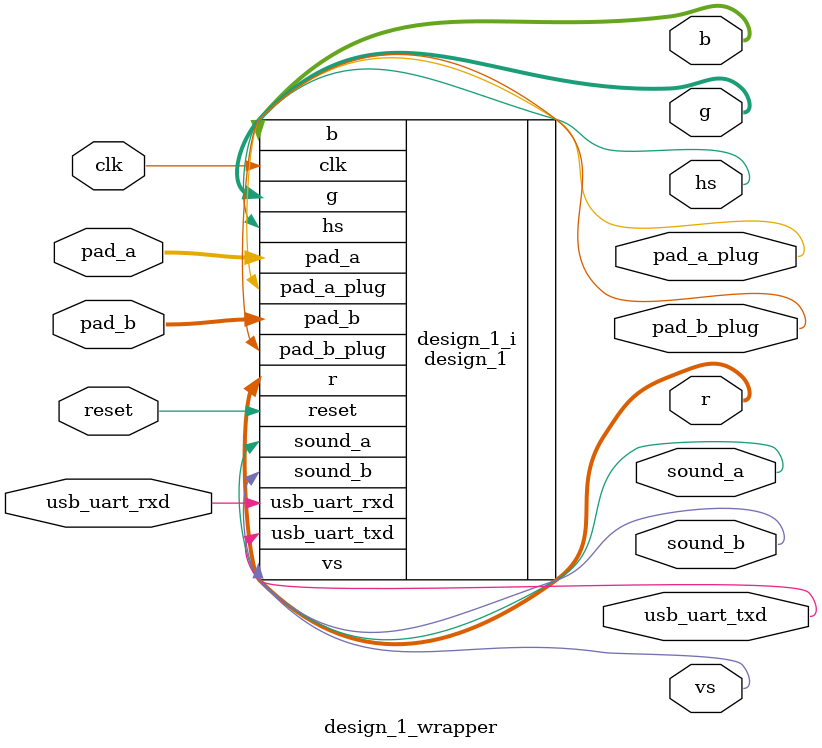
<source format=v>
`timescale 1 ps / 1 ps

module design_1_wrapper
   (b,
    clk,
    g,
    hs,
    pad_a,
    pad_a_plug,
    pad_b,
    pad_b_plug,
    r,
    reset,
    sound_a,
    sound_b,
    usb_uart_rxd,
    usb_uart_txd,
    vs);
  output [3:0]b;
  input clk;
  output [3:0]g;
  output hs;
  input [5:0]pad_a;
  output pad_a_plug;
  input [5:0]pad_b;
  output pad_b_plug;
  output [3:0]r;
  input reset;
  output sound_a;
  output sound_b;
  input usb_uart_rxd;
  output usb_uart_txd;
  output vs;

  wire [3:0]b;
  wire clk;
  wire [3:0]g;
  wire hs;
  wire [5:0]pad_a;
  wire pad_a_plug;
  wire [5:0]pad_b;
  wire pad_b_plug;
  wire [3:0]r;
  wire reset;
  wire sound_a;
  wire sound_b;
  wire usb_uart_rxd;
  wire usb_uart_txd;
  wire vs;

  design_1 design_1_i
       (.b(b),
        .clk(clk),
        .g(g),
        .hs(hs),
        .pad_a(pad_a),
        .pad_a_plug(pad_a_plug),
        .pad_b(pad_b),
        .pad_b_plug(pad_b_plug),
        .r(r),
        .reset(reset),
        .sound_a(sound_a),
        .sound_b(sound_b),
        .usb_uart_rxd(usb_uart_rxd),
        .usb_uart_txd(usb_uart_txd),
        .vs(vs));
endmodule

</source>
